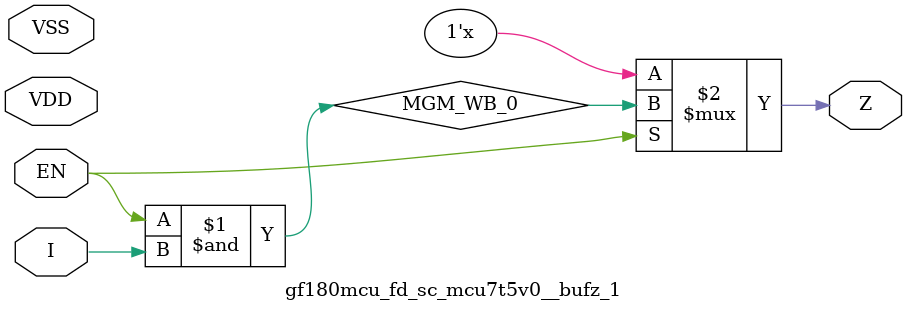
<source format=v>

module gf180mcu_fd_sc_mcu7t5v0__bufz_1( EN, I, Z, VDD, VSS );
input EN, I;
inout VDD, VSS;
output Z;

	wire MGM_WB_0;

	wire MGM_WB_1;

	and MGM_BG_0( MGM_WB_0, EN, I );

	not MGM_BG_1( MGM_WB_1, EN );

	bufif0 MGM_BG_2( Z, MGM_WB_0,MGM_WB_1 );

endmodule

</source>
